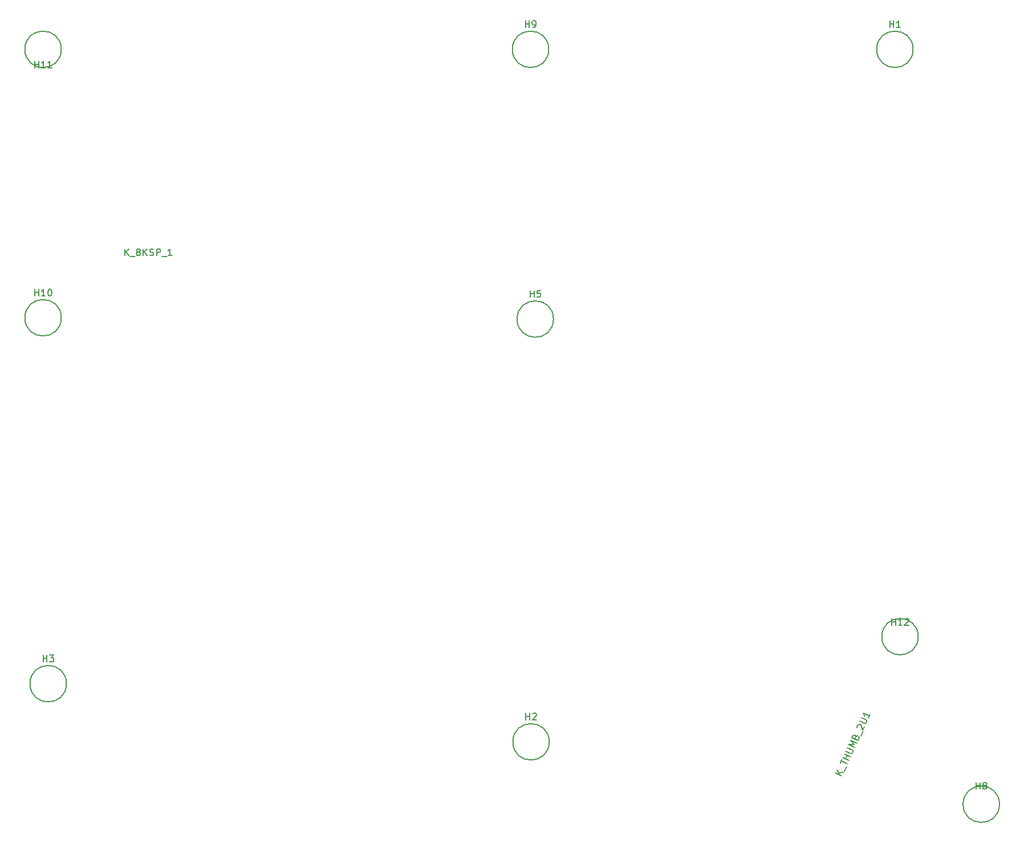
<source format=gbr>
G04 #@! TF.GenerationSoftware,KiCad,Pcbnew,(5.1.5)-3*
G04 #@! TF.CreationDate,2020-01-18T14:12:09+05:30*
G04 #@! TF.ProjectId,ergocape,6572676f-6361-4706-952e-6b696361645f,rev?*
G04 #@! TF.SameCoordinates,Original*
G04 #@! TF.FileFunction,Other,Comment*
%FSLAX46Y46*%
G04 Gerber Fmt 4.6, Leading zero omitted, Abs format (unit mm)*
G04 Created by KiCad (PCBNEW (5.1.5)-3) date 2020-01-18 14:12:09*
%MOMM*%
%LPD*%
G04 APERTURE LIST*
%ADD10C,0.150000*%
G04 APERTURE END LIST*
D10*
X170086000Y-107823000D02*
G75*
G03X170086000Y-107823000I-2700000J0D01*
G01*
X42832000Y-20574000D02*
G75*
G03X42832000Y-20574000I-2700000J0D01*
G01*
X42832000Y-60452000D02*
G75*
G03X42832000Y-60452000I-2700000J0D01*
G01*
X115222000Y-20574000D02*
G75*
G03X115222000Y-20574000I-2700000J0D01*
G01*
X182151000Y-132715000D02*
G75*
G03X182151000Y-132715000I-2700000J0D01*
G01*
X115920000Y-60642500D02*
G75*
G03X115920000Y-60642500I-2700000J0D01*
G01*
X43594000Y-114808000D02*
G75*
G03X43594000Y-114808000I-2700000J0D01*
G01*
X115286000Y-123444000D02*
G75*
G03X115286000Y-123444000I-2700000J0D01*
G01*
X169324000Y-20574000D02*
G75*
G03X169324000Y-20574000I-2700000J0D01*
G01*
X166147904Y-106116380D02*
X166147904Y-105116380D01*
X166147904Y-105592571D02*
X166719333Y-105592571D01*
X166719333Y-106116380D02*
X166719333Y-105116380D01*
X167719333Y-106116380D02*
X167147904Y-106116380D01*
X167433619Y-106116380D02*
X167433619Y-105116380D01*
X167338380Y-105259238D01*
X167243142Y-105354476D01*
X167147904Y-105402095D01*
X168100285Y-105211619D02*
X168147904Y-105164000D01*
X168243142Y-105116380D01*
X168481238Y-105116380D01*
X168576476Y-105164000D01*
X168624095Y-105211619D01*
X168671714Y-105306857D01*
X168671714Y-105402095D01*
X168624095Y-105544952D01*
X168052666Y-106116380D01*
X168671714Y-106116380D01*
X38893904Y-23312380D02*
X38893904Y-22312380D01*
X38893904Y-22788571D02*
X39465333Y-22788571D01*
X39465333Y-23312380D02*
X39465333Y-22312380D01*
X40465333Y-23312380D02*
X39893904Y-23312380D01*
X40179619Y-23312380D02*
X40179619Y-22312380D01*
X40084380Y-22455238D01*
X39989142Y-22550476D01*
X39893904Y-22598095D01*
X41417714Y-23312380D02*
X40846285Y-23312380D01*
X41132000Y-23312380D02*
X41132000Y-22312380D01*
X41036761Y-22455238D01*
X40941523Y-22550476D01*
X40846285Y-22598095D01*
X38893904Y-57204380D02*
X38893904Y-56204380D01*
X38893904Y-56680571D02*
X39465333Y-56680571D01*
X39465333Y-57204380D02*
X39465333Y-56204380D01*
X40465333Y-57204380D02*
X39893904Y-57204380D01*
X40179619Y-57204380D02*
X40179619Y-56204380D01*
X40084380Y-56347238D01*
X39989142Y-56442476D01*
X39893904Y-56490095D01*
X41084380Y-56204380D02*
X41179619Y-56204380D01*
X41274857Y-56252000D01*
X41322476Y-56299619D01*
X41370095Y-56394857D01*
X41417714Y-56585333D01*
X41417714Y-56823428D01*
X41370095Y-57013904D01*
X41322476Y-57109142D01*
X41274857Y-57156761D01*
X41179619Y-57204380D01*
X41084380Y-57204380D01*
X40989142Y-57156761D01*
X40941523Y-57109142D01*
X40893904Y-57013904D01*
X40846285Y-56823428D01*
X40846285Y-56585333D01*
X40893904Y-56394857D01*
X40941523Y-56299619D01*
X40989142Y-56252000D01*
X41084380Y-56204380D01*
X111760095Y-17326380D02*
X111760095Y-16326380D01*
X111760095Y-16802571D02*
X112331523Y-16802571D01*
X112331523Y-17326380D02*
X112331523Y-16326380D01*
X112855333Y-17326380D02*
X113045809Y-17326380D01*
X113141047Y-17278761D01*
X113188666Y-17231142D01*
X113283904Y-17088285D01*
X113331523Y-16897809D01*
X113331523Y-16516857D01*
X113283904Y-16421619D01*
X113236285Y-16374000D01*
X113141047Y-16326380D01*
X112950571Y-16326380D01*
X112855333Y-16374000D01*
X112807714Y-16421619D01*
X112760095Y-16516857D01*
X112760095Y-16754952D01*
X112807714Y-16850190D01*
X112855333Y-16897809D01*
X112950571Y-16945428D01*
X113141047Y-16945428D01*
X113236285Y-16897809D01*
X113283904Y-16850190D01*
X113331523Y-16754952D01*
X178689095Y-130467380D02*
X178689095Y-129467380D01*
X178689095Y-129943571D02*
X179260523Y-129943571D01*
X179260523Y-130467380D02*
X179260523Y-129467380D01*
X179879571Y-129895952D02*
X179784333Y-129848333D01*
X179736714Y-129800714D01*
X179689095Y-129705476D01*
X179689095Y-129657857D01*
X179736714Y-129562619D01*
X179784333Y-129515000D01*
X179879571Y-129467380D01*
X180070047Y-129467380D01*
X180165285Y-129515000D01*
X180212904Y-129562619D01*
X180260523Y-129657857D01*
X180260523Y-129705476D01*
X180212904Y-129800714D01*
X180165285Y-129848333D01*
X180070047Y-129895952D01*
X179879571Y-129895952D01*
X179784333Y-129943571D01*
X179736714Y-129991190D01*
X179689095Y-130086428D01*
X179689095Y-130276904D01*
X179736714Y-130372142D01*
X179784333Y-130419761D01*
X179879571Y-130467380D01*
X180070047Y-130467380D01*
X180165285Y-130419761D01*
X180212904Y-130372142D01*
X180260523Y-130276904D01*
X180260523Y-130086428D01*
X180212904Y-129991190D01*
X180165285Y-129943571D01*
X180070047Y-129895952D01*
X112458095Y-57394880D02*
X112458095Y-56394880D01*
X112458095Y-56871071D02*
X113029523Y-56871071D01*
X113029523Y-57394880D02*
X113029523Y-56394880D01*
X113981904Y-56394880D02*
X113505714Y-56394880D01*
X113458095Y-56871071D01*
X113505714Y-56823452D01*
X113600952Y-56775833D01*
X113839047Y-56775833D01*
X113934285Y-56823452D01*
X113981904Y-56871071D01*
X114029523Y-56966309D01*
X114029523Y-57204404D01*
X113981904Y-57299642D01*
X113934285Y-57347261D01*
X113839047Y-57394880D01*
X113600952Y-57394880D01*
X113505714Y-57347261D01*
X113458095Y-57299642D01*
X40132095Y-111560380D02*
X40132095Y-110560380D01*
X40132095Y-111036571D02*
X40703523Y-111036571D01*
X40703523Y-111560380D02*
X40703523Y-110560380D01*
X41084476Y-110560380D02*
X41703523Y-110560380D01*
X41370190Y-110941333D01*
X41513047Y-110941333D01*
X41608285Y-110988952D01*
X41655904Y-111036571D01*
X41703523Y-111131809D01*
X41703523Y-111369904D01*
X41655904Y-111465142D01*
X41608285Y-111512761D01*
X41513047Y-111560380D01*
X41227333Y-111560380D01*
X41132095Y-111512761D01*
X41084476Y-111465142D01*
X111824095Y-120196380D02*
X111824095Y-119196380D01*
X111824095Y-119672571D02*
X112395523Y-119672571D01*
X112395523Y-120196380D02*
X112395523Y-119196380D01*
X112824095Y-119291619D02*
X112871714Y-119244000D01*
X112966952Y-119196380D01*
X113205047Y-119196380D01*
X113300285Y-119244000D01*
X113347904Y-119291619D01*
X113395523Y-119386857D01*
X113395523Y-119482095D01*
X113347904Y-119624952D01*
X112776476Y-120196380D01*
X113395523Y-120196380D01*
X165862095Y-17326380D02*
X165862095Y-16326380D01*
X165862095Y-16802571D02*
X166433523Y-16802571D01*
X166433523Y-17326380D02*
X166433523Y-16326380D01*
X167433523Y-17326380D02*
X166862095Y-17326380D01*
X167147809Y-17326380D02*
X167147809Y-16326380D01*
X167052571Y-16469238D01*
X166957333Y-16564476D01*
X166862095Y-16612095D01*
X158713935Y-128468779D02*
X157807627Y-128046161D01*
X158955431Y-127950889D02*
X158256418Y-128097810D01*
X158049123Y-127528270D02*
X158325517Y-128287657D01*
X159122244Y-127818508D02*
X159444239Y-127127988D01*
X158491866Y-126578805D02*
X158733362Y-126060915D01*
X159518922Y-126742478D02*
X158612614Y-126319860D01*
X159780543Y-126181431D02*
X158874235Y-125758812D01*
X159305810Y-125960059D02*
X159547306Y-125442169D01*
X160022039Y-125663540D02*
X159115731Y-125240922D01*
X159316978Y-124809347D02*
X160050655Y-125151467D01*
X160157095Y-125148558D01*
X160220377Y-125125526D01*
X160303784Y-125059335D01*
X160384283Y-124886705D01*
X160381375Y-124780266D01*
X160358342Y-124716983D01*
X160292152Y-124633576D01*
X159558474Y-124291457D01*
X160666028Y-124282500D02*
X159759721Y-123859882D01*
X160547956Y-123859649D01*
X160041466Y-123255677D01*
X160947774Y-123678295D01*
X160815161Y-122723246D02*
X160918692Y-122613898D01*
X160981975Y-122590865D01*
X161088414Y-122587957D01*
X161217887Y-122648331D01*
X161284077Y-122731738D01*
X161307110Y-122795020D01*
X161310018Y-122901460D01*
X161149021Y-123246720D01*
X160242713Y-122824101D01*
X160383586Y-122521999D01*
X160466993Y-122455809D01*
X160530275Y-122432776D01*
X160636714Y-122429868D01*
X160723030Y-122470117D01*
X160789220Y-122553524D01*
X160812253Y-122616806D01*
X160815161Y-122723246D01*
X160674288Y-123025348D01*
X161557331Y-122596449D02*
X161879326Y-121905929D01*
X161053516Y-121310680D02*
X161030484Y-121247398D01*
X161027575Y-121140958D01*
X161128199Y-120925171D01*
X161211606Y-120858981D01*
X161274888Y-120835948D01*
X161381328Y-120833040D01*
X161467643Y-120873289D01*
X161576991Y-120976820D01*
X161853385Y-121736207D01*
X162115005Y-121175159D01*
X161389820Y-120364123D02*
X162123497Y-120706243D01*
X162229937Y-120703335D01*
X162293219Y-120680302D01*
X162376626Y-120614111D01*
X162457125Y-120441481D01*
X162454217Y-120335042D01*
X162431184Y-120271759D01*
X162364994Y-120188353D01*
X161631316Y-119846233D01*
X162960242Y-119362544D02*
X162718746Y-119880434D01*
X162839494Y-119621489D02*
X161933186Y-119198870D01*
X162022409Y-119345559D01*
X162068475Y-119472124D01*
X162071383Y-119578563D01*
X52265834Y-51221034D02*
X52265834Y-50221034D01*
X52837263Y-51221034D02*
X52408691Y-50649606D01*
X52837263Y-50221034D02*
X52265834Y-50792463D01*
X53027739Y-51316273D02*
X53789644Y-51316273D01*
X54361072Y-50697225D02*
X54503929Y-50744844D01*
X54551548Y-50792463D01*
X54599167Y-50887701D01*
X54599167Y-51030558D01*
X54551548Y-51125796D01*
X54503929Y-51173415D01*
X54408691Y-51221034D01*
X54027739Y-51221034D01*
X54027739Y-50221034D01*
X54361072Y-50221034D01*
X54456310Y-50268654D01*
X54503929Y-50316273D01*
X54551548Y-50411511D01*
X54551548Y-50506749D01*
X54503929Y-50601987D01*
X54456310Y-50649606D01*
X54361072Y-50697225D01*
X54027739Y-50697225D01*
X55027739Y-51221034D02*
X55027739Y-50221034D01*
X55599167Y-51221034D02*
X55170596Y-50649606D01*
X55599167Y-50221034D02*
X55027739Y-50792463D01*
X55980120Y-51173415D02*
X56122977Y-51221034D01*
X56361072Y-51221034D01*
X56456310Y-51173415D01*
X56503929Y-51125796D01*
X56551548Y-51030558D01*
X56551548Y-50935320D01*
X56503929Y-50840082D01*
X56456310Y-50792463D01*
X56361072Y-50744844D01*
X56170596Y-50697225D01*
X56075358Y-50649606D01*
X56027739Y-50601987D01*
X55980120Y-50506749D01*
X55980120Y-50411511D01*
X56027739Y-50316273D01*
X56075358Y-50268654D01*
X56170596Y-50221034D01*
X56408691Y-50221034D01*
X56551548Y-50268654D01*
X56980120Y-51221034D02*
X56980120Y-50221034D01*
X57361072Y-50221034D01*
X57456310Y-50268654D01*
X57503929Y-50316273D01*
X57551548Y-50411511D01*
X57551548Y-50554368D01*
X57503929Y-50649606D01*
X57456310Y-50697225D01*
X57361072Y-50744844D01*
X56980120Y-50744844D01*
X57742025Y-51316273D02*
X58503929Y-51316273D01*
X59265834Y-51221034D02*
X58694405Y-51221034D01*
X58980120Y-51221034D02*
X58980120Y-50221034D01*
X58884882Y-50363892D01*
X58789644Y-50459130D01*
X58694405Y-50506749D01*
M02*

</source>
